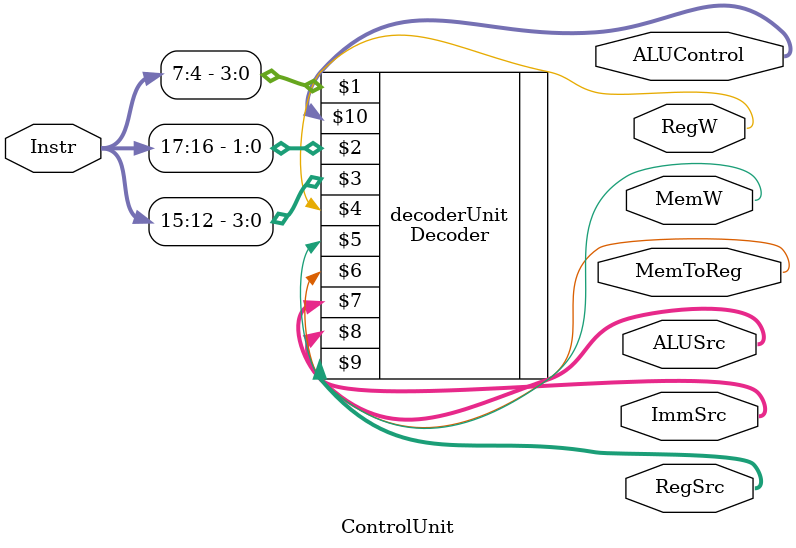
<source format=sv>
module ControlUnit(
	//input logic CLK,
	input logic [17:0] Instr, 
	output logic RegW, MemW, MemToReg,
 	output logic [1:0] ImmSrc,ALUSrc,
	output logic [1:0] RegSrc,
	output logic [2:0] ALUControl
	);
	Decoder decoderUnit (Instr[7:4], Instr[17:16], Instr[15:12], RegW, MemW, MemToReg, ALUSrc, ImmSrc, RegSrc, ALUControl);
endmodule 
</source>
